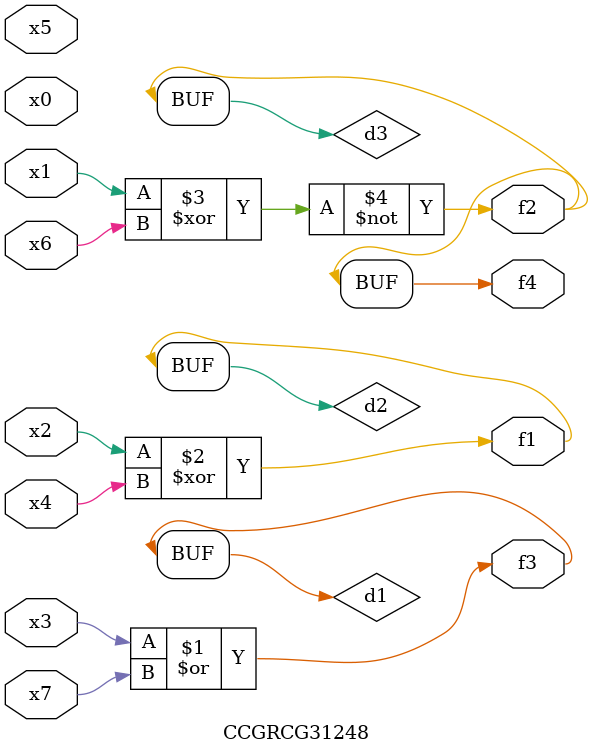
<source format=v>
module CCGRCG31248(
	input x0, x1, x2, x3, x4, x5, x6, x7,
	output f1, f2, f3, f4
);

	wire d1, d2, d3;

	or (d1, x3, x7);
	xor (d2, x2, x4);
	xnor (d3, x1, x6);
	assign f1 = d2;
	assign f2 = d3;
	assign f3 = d1;
	assign f4 = d3;
endmodule

</source>
